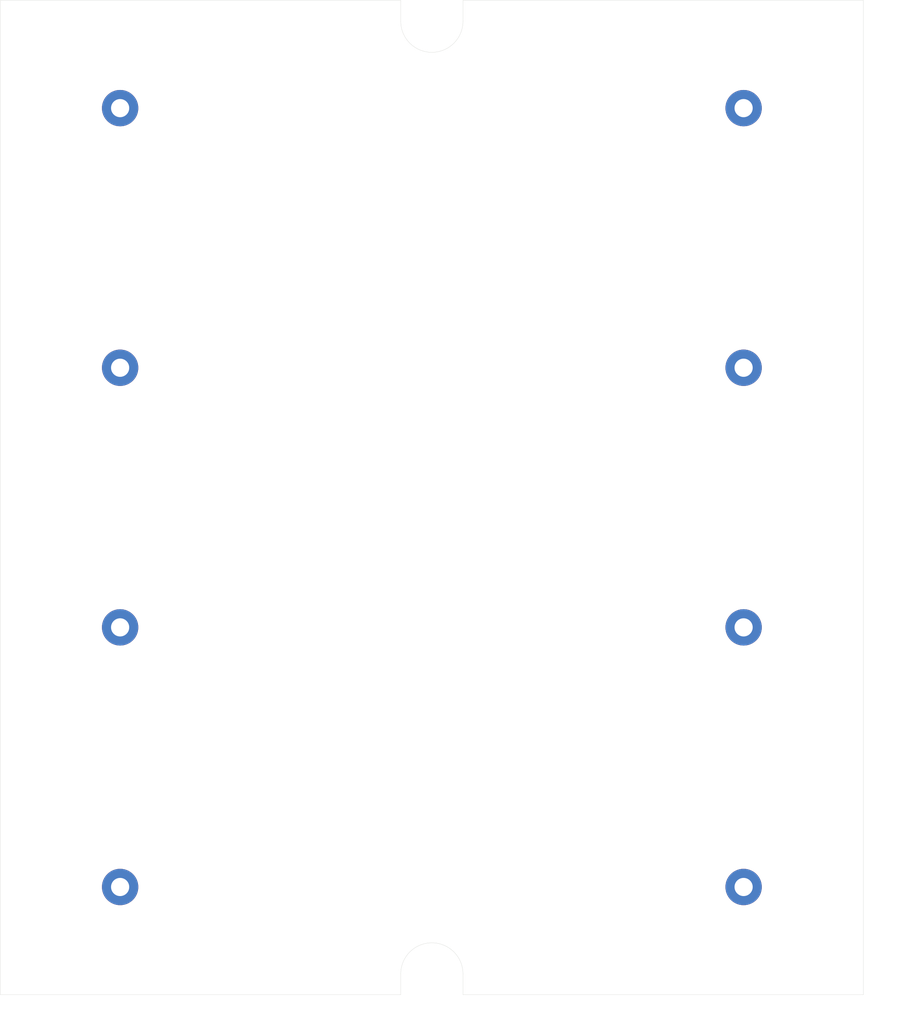
<source format=kicad_pcb>
(kicad_pcb (version 20171130) (host pcbnew "(5.1.4)-1")

  (general
    (thickness 1.6)
    (drawings 14)
    (tracks 0)
    (zones 0)
    (modules 8)
    (nets 1)
  )

  (page A3)
  (layers
    (0 F.Cu signal)
    (31 B.Cu signal)
    (32 B.Adhes user)
    (33 F.Adhes user)
    (34 B.Paste user)
    (35 F.Paste user)
    (36 B.SilkS user)
    (37 F.SilkS user)
    (38 B.Mask user)
    (39 F.Mask user)
    (40 Dwgs.User user)
    (41 Cmts.User user)
    (42 Eco1.User user)
    (43 Eco2.User user)
    (44 Edge.Cuts user)
    (45 Margin user)
    (46 B.CrtYd user)
    (47 F.CrtYd user)
    (48 B.Fab user)
    (49 F.Fab user)
  )

  (setup
    (last_trace_width 0.25)
    (trace_clearance 0.2)
    (zone_clearance 0.508)
    (zone_45_only no)
    (trace_min 0.2)
    (via_size 0.8)
    (via_drill 0.4)
    (via_min_size 0.4)
    (via_min_drill 0.3)
    (uvia_size 0.3)
    (uvia_drill 0.1)
    (uvias_allowed no)
    (uvia_min_size 0.2)
    (uvia_min_drill 0.1)
    (edge_width 0.05)
    (segment_width 0.2)
    (pcb_text_width 0.3)
    (pcb_text_size 1.5 1.5)
    (mod_edge_width 0.12)
    (mod_text_size 1 1)
    (mod_text_width 0.15)
    (pad_size 7 7)
    (pad_drill 3.5)
    (pad_to_mask_clearance 0.051)
    (solder_mask_min_width 0.25)
    (aux_axis_origin 0 0)
    (visible_elements 7FFFFFFF)
    (pcbplotparams
      (layerselection 0x010fc_ffffffff)
      (usegerberextensions false)
      (usegerberattributes false)
      (usegerberadvancedattributes false)
      (creategerberjobfile false)
      (excludeedgelayer true)
      (linewidth 0.100000)
      (plotframeref false)
      (viasonmask false)
      (mode 1)
      (useauxorigin false)
      (hpglpennumber 1)
      (hpglpenspeed 20)
      (hpglpendiameter 15.000000)
      (psnegative false)
      (psa4output false)
      (plotreference true)
      (plotvalue true)
      (plotinvisibletext false)
      (padsonsilk false)
      (subtractmaskfromsilk false)
      (outputformat 1)
      (mirror false)
      (drillshape 1)
      (scaleselection 1)
      (outputdirectory ""))
  )

  (net 0 "")

  (net_class Default "This is the default net class."
    (clearance 0.2)
    (trace_width 0.25)
    (via_dia 0.8)
    (via_drill 0.4)
    (uvia_dia 0.3)
    (uvia_drill 0.1)
  )

  (module MountingHole:MountingHole_3.5mm_Pad (layer F.Cu) (tedit 5D744363) (tstamp 5D744521)
    (at 158.225 135.75)
    (descr "Mounting Hole 3.5mm")
    (tags "mounting hole 3.5mm")
    (attr virtual)
    (fp_text reference ~ (at 0 -4.5) (layer F.SilkS) hide
      (effects (font (size 1 1) (thickness 0.15)))
    )
    (fp_text value ~ (at 0 4.5) (layer F.Fab) hide
      (effects (font (size 1 1) (thickness 0.15)))
    )
    (fp_text user %R (at 0.3 0) (layer F.Fab)
      (effects (font (size 1 1) (thickness 0.15)))
    )
    (fp_circle (center 0 0) (end 3.5 0) (layer Cmts.User) (width 0.15))
    (fp_circle (center 0 0) (end 3.75 0) (layer F.CrtYd) (width 0.05))
    (pad ~ thru_hole circle (at 0 0) (size 7 7) (drill 3.5) (layers *.Cu *.Mask))
  )

  (module MountingHole:MountingHole_3.5mm_Pad (layer F.Cu) (tedit 5D744363) (tstamp 5D744512)
    (at 158.225 85.75)
    (descr "Mounting Hole 3.5mm")
    (tags "mounting hole 3.5mm")
    (attr virtual)
    (fp_text reference ~ (at 0 -4.5) (layer F.SilkS) hide
      (effects (font (size 1 1) (thickness 0.15)))
    )
    (fp_text value ~ (at 0 4.5) (layer F.Fab) hide
      (effects (font (size 1 1) (thickness 0.15)))
    )
    (fp_circle (center 0 0) (end 3.75 0) (layer F.CrtYd) (width 0.05))
    (fp_circle (center 0 0) (end 3.5 0) (layer Cmts.User) (width 0.15))
    (fp_text user %R (at 0.3 0) (layer F.Fab)
      (effects (font (size 1 1) (thickness 0.15)))
    )
    (pad ~ thru_hole circle (at 0 0) (size 7 7) (drill 3.5) (layers *.Cu *.Mask))
  )

  (module MountingHole:MountingHole_3.5mm_Pad (layer F.Cu) (tedit 5D744363) (tstamp 5D744503)
    (at 158.225 35.75)
    (descr "Mounting Hole 3.5mm")
    (tags "mounting hole 3.5mm")
    (attr virtual)
    (fp_text reference ~ (at 0 -4.5) (layer F.SilkS) hide
      (effects (font (size 1 1) (thickness 0.15)))
    )
    (fp_text value ~ (at 0 4.5) (layer F.Fab) hide
      (effects (font (size 1 1) (thickness 0.15)))
    )
    (fp_text user %R (at 0.3 0) (layer F.Fab)
      (effects (font (size 1 1) (thickness 0.15)))
    )
    (fp_circle (center 0 0) (end 3.5 0) (layer Cmts.User) (width 0.15))
    (fp_circle (center 0 0) (end 3.75 0) (layer F.CrtYd) (width 0.05))
    (pad ~ thru_hole circle (at 0 0) (size 7 7) (drill 3.5) (layers *.Cu *.Mask))
  )

  (module MountingHole:MountingHole_3.5mm_Pad (layer F.Cu) (tedit 5D744363) (tstamp 5D7444EF)
    (at 38.075 35.75)
    (descr "Mounting Hole 3.5mm")
    (tags "mounting hole 3.5mm")
    (attr virtual)
    (fp_text reference ~ (at 0 -4.5) (layer F.SilkS) hide
      (effects (font (size 1 1) (thickness 0.15)))
    )
    (fp_text value ~ (at 0 4.5) (layer F.Fab) hide
      (effects (font (size 1 1) (thickness 0.15)))
    )
    (fp_circle (center 0 0) (end 3.75 0) (layer F.CrtYd) (width 0.05))
    (fp_circle (center 0 0) (end 3.5 0) (layer Cmts.User) (width 0.15))
    (fp_text user %R (at 0.3 0) (layer F.Fab)
      (effects (font (size 1 1) (thickness 0.15)))
    )
    (pad ~ thru_hole circle (at 0 0) (size 7 7) (drill 3.5) (layers *.Cu *.Mask))
  )

  (module MountingHole:MountingHole_3.5mm_Pad (layer F.Cu) (tedit 5D744363) (tstamp 5D7444E0)
    (at 38.075 185.75)
    (descr "Mounting Hole 3.5mm")
    (tags "mounting hole 3.5mm")
    (attr virtual)
    (fp_text reference ~ (at 0 -4.5) (layer F.SilkS) hide
      (effects (font (size 1 1) (thickness 0.15)))
    )
    (fp_text value ~ (at 0 4.5) (layer F.Fab) hide
      (effects (font (size 1 1) (thickness 0.15)))
    )
    (fp_text user %R (at 0.3 0) (layer F.Fab)
      (effects (font (size 1 1) (thickness 0.15)))
    )
    (fp_circle (center 0 0) (end 3.5 0) (layer Cmts.User) (width 0.15))
    (fp_circle (center 0 0) (end 3.75 0) (layer F.CrtYd) (width 0.05))
    (pad ~ thru_hole circle (at 0 0) (size 7 7) (drill 3.5) (layers *.Cu *.Mask))
  )

  (module MountingHole:MountingHole_3.5mm_Pad (layer F.Cu) (tedit 5D744363) (tstamp 5D7444D1)
    (at 38.075 85.75)
    (descr "Mounting Hole 3.5mm")
    (tags "mounting hole 3.5mm")
    (attr virtual)
    (fp_text reference ~ (at 0 -4.5) (layer F.SilkS) hide
      (effects (font (size 1 1) (thickness 0.15)))
    )
    (fp_text value ~ (at 0 4.5) (layer F.Fab) hide
      (effects (font (size 1 1) (thickness 0.15)))
    )
    (fp_circle (center 0 0) (end 3.75 0) (layer F.CrtYd) (width 0.05))
    (fp_circle (center 0 0) (end 3.5 0) (layer Cmts.User) (width 0.15))
    (fp_text user %R (at 0.3 0) (layer F.Fab)
      (effects (font (size 1 1) (thickness 0.15)))
    )
    (pad ~ thru_hole circle (at 0 0) (size 7 7) (drill 3.5) (layers *.Cu *.Mask))
  )

  (module MountingHole:MountingHole_3.5mm_Pad (layer F.Cu) (tedit 5D744363) (tstamp 5D7444C2)
    (at 38.075 135.75)
    (descr "Mounting Hole 3.5mm")
    (tags "mounting hole 3.5mm")
    (attr virtual)
    (fp_text reference ~ (at 0 -4.5) (layer F.SilkS) hide
      (effects (font (size 1 1) (thickness 0.15)))
    )
    (fp_text value ~ (at 0 4.5) (layer F.Fab) hide
      (effects (font (size 1 1) (thickness 0.15)))
    )
    (fp_text user %R (at 0.3 0) (layer F.Fab)
      (effects (font (size 1 1) (thickness 0.15)))
    )
    (fp_circle (center 0 0) (end 3.5 0) (layer Cmts.User) (width 0.15))
    (fp_circle (center 0 0) (end 3.75 0) (layer F.CrtYd) (width 0.05))
    (pad ~ thru_hole circle (at 0 0) (size 7 7) (drill 3.5) (layers *.Cu *.Mask))
  )

  (module MountingHole:MountingHole_3.5mm_Pad (layer F.Cu) (tedit 5D744363) (tstamp 5D7444A6)
    (at 158.225 185.75)
    (descr "Mounting Hole 3.5mm")
    (tags "mounting hole 3.5mm")
    (attr virtual)
    (fp_text reference ~ (at 0 -4.5) (layer F.SilkS) hide
      (effects (font (size 1 1) (thickness 0.15)))
    )
    (fp_text value ~ (at 0 4.5) (layer F.Fab) hide
      (effects (font (size 1 1) (thickness 0.15)))
    )
    (fp_circle (center 0 0) (end 3.75 0) (layer F.CrtYd) (width 0.05))
    (fp_circle (center 0 0) (end 3.5 0) (layer Cmts.User) (width 0.15))
    (fp_text user %R (at 0.3 0) (layer F.Fab)
      (effects (font (size 1 1) (thickness 0.15)))
    )
    (pad ~ thru_hole circle (at 0 0) (size 7 7) (drill 3.5) (layers *.Cu *.Mask))
  )

  (gr_arc (start 98.15 202.5) (end 104.15 202.5) (angle -180) (layer Edge.Cuts) (width 0.05) (tstamp 5D74455D))
  (gr_line (start 104.15 206.5) (end 181.3 206.5) (layer Edge.Cuts) (width 0.05) (tstamp 5D74455B))
  (gr_line (start 92.15 202.5) (end 92.15 206.5) (layer Edge.Cuts) (width 0.05) (tstamp 5D744555))
  (gr_line (start 104.15 202.5) (end 104.15 206.5) (layer Edge.Cuts) (width 0.05) (tstamp 5D744552))
  (gr_line (start 104.15 15) (end 181.3 15) (layer Edge.Cuts) (width 0.05) (tstamp 5D744550))
  (gr_arc (start 98.15 19) (end 92.15 19) (angle -180) (layer Edge.Cuts) (width 0.05))
  (gr_line (start 92.15 15) (end 92.15 19) (layer Edge.Cuts) (width 0.05) (tstamp 5D74453D))
  (gr_line (start 104.15 15) (end 104.15 19) (layer Edge.Cuts) (width 0.05))
  (dimension 166.3 (width 0.15) (layer Dwgs.User)
    (gr_text "166,300 mm" (at 98.15 212.8) (layer Dwgs.User)
      (effects (font (size 1 1) (thickness 0.15)))
    )
    (feature1 (pts (xy 15 206.5) (xy 15 212.086421)))
    (feature2 (pts (xy 181.3 206.5) (xy 181.3 212.086421)))
    (crossbar (pts (xy 181.3 211.5) (xy 15 211.5)))
    (arrow1a (pts (xy 15 211.5) (xy 16.126504 210.913579)))
    (arrow1b (pts (xy 15 211.5) (xy 16.126504 212.086421)))
    (arrow2a (pts (xy 181.3 211.5) (xy 180.173496 210.913579)))
    (arrow2b (pts (xy 181.3 211.5) (xy 180.173496 212.086421)))
  )
  (dimension 191.5 (width 0.15) (layer Dwgs.User)
    (gr_text "191,500 mm" (at 187.6 110.75 270) (layer Dwgs.User)
      (effects (font (size 1 1) (thickness 0.15)))
    )
    (feature1 (pts (xy 181.3 206.5) (xy 186.886421 206.5)))
    (feature2 (pts (xy 181.3 15) (xy 186.886421 15)))
    (crossbar (pts (xy 186.3 15) (xy 186.3 206.5)))
    (arrow1a (pts (xy 186.3 206.5) (xy 185.713579 205.373496)))
    (arrow1b (pts (xy 186.3 206.5) (xy 186.886421 205.373496)))
    (arrow2a (pts (xy 186.3 15) (xy 185.713579 16.126504)))
    (arrow2b (pts (xy 186.3 15) (xy 186.886421 16.126504)))
  )
  (gr_line (start 181.3 206.5) (end 181.3 15) (layer Edge.Cuts) (width 0.05) (tstamp 5D7442CD))
  (gr_line (start 15 15) (end 15 206.5) (layer Edge.Cuts) (width 0.05) (tstamp 5D7442C5))
  (gr_line (start 15 206.5) (end 92.15 206.5) (layer Edge.Cuts) (width 0.05) (tstamp 5D7442AF))
  (gr_line (start 15 15) (end 92.15 15) (layer Edge.Cuts) (width 0.05))

)

</source>
